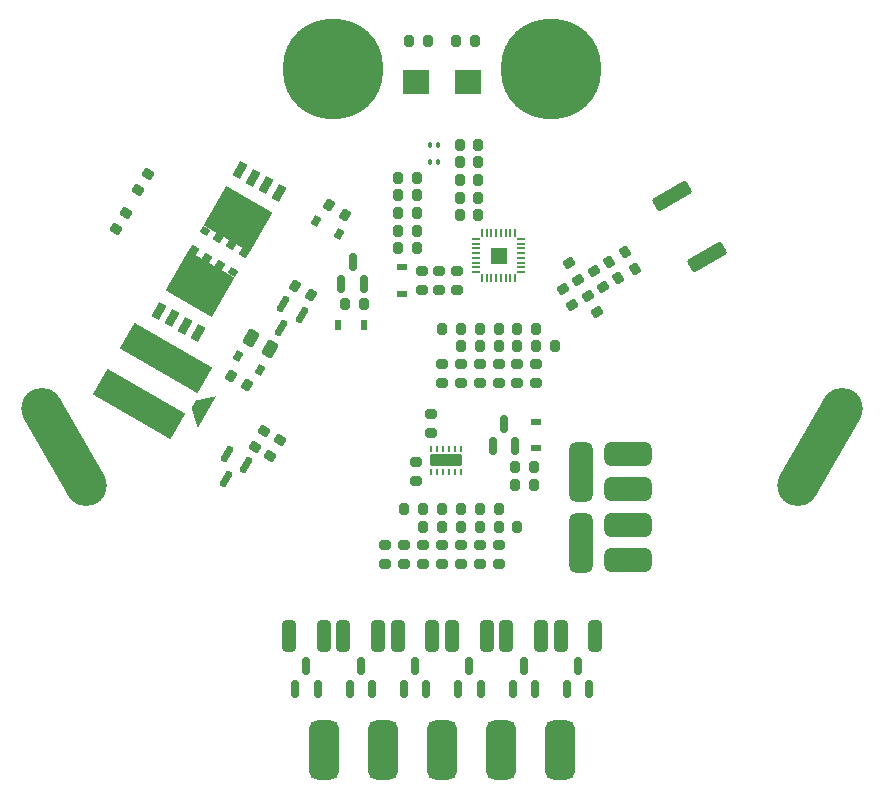
<source format=gts>
G04 #@! TF.GenerationSoftware,KiCad,Pcbnew,8.0.4*
G04 #@! TF.CreationDate,2025-04-17T01:03:58+02:00*
G04 #@! TF.ProjectId,bms_stage_bq40z80,626d735f-7374-4616-9765-5f627134307a,rev?*
G04 #@! TF.SameCoordinates,Original*
G04 #@! TF.FileFunction,Soldermask,Top*
G04 #@! TF.FilePolarity,Negative*
%FSLAX46Y46*%
G04 Gerber Fmt 4.6, Leading zero omitted, Abs format (unit mm)*
G04 Created by KiCad (PCBNEW 8.0.4) date 2025-04-17 01:03:58*
%MOMM*%
%LPD*%
G01*
G04 APERTURE LIST*
G04 Aperture macros list*
%AMRoundRect*
0 Rectangle with rounded corners*
0 $1 Rounding radius*
0 $2 $3 $4 $5 $6 $7 $8 $9 X,Y pos of 4 corners*
0 Add a 4 corners polygon primitive as box body*
4,1,4,$2,$3,$4,$5,$6,$7,$8,$9,$2,$3,0*
0 Add four circle primitives for the rounded corners*
1,1,$1+$1,$2,$3*
1,1,$1+$1,$4,$5*
1,1,$1+$1,$6,$7*
1,1,$1+$1,$8,$9*
0 Add four rect primitives between the rounded corners*
20,1,$1+$1,$2,$3,$4,$5,0*
20,1,$1+$1,$4,$5,$6,$7,0*
20,1,$1+$1,$6,$7,$8,$9,0*
20,1,$1+$1,$8,$9,$2,$3,0*%
%AMHorizOval*
0 Thick line with rounded ends*
0 $1 width*
0 $2 $3 position (X,Y) of the first rounded end (center of the circle)*
0 $4 $5 position (X,Y) of the second rounded end (center of the circle)*
0 Add line between two ends*
20,1,$1,$2,$3,$4,$5,0*
0 Add two circle primitives to create the rounded ends*
1,1,$1,$2,$3*
1,1,$1,$4,$5*%
%AMRotRect*
0 Rectangle, with rotation*
0 The origin of the aperture is its center*
0 $1 length*
0 $2 width*
0 $3 Rotation angle, in degrees counterclockwise*
0 Add horizontal line*
21,1,$1,$2,0,0,$3*%
%AMFreePoly0*
4,1,9,1.300000,0.375000,1.300000,-0.375000,0.000000,-1.550000,0.000000,-0.000500,-0.000500,-0.000500,-0.000500,0.000500,0.000000,0.000500,0.000000,1.550000,1.300000,0.375000,1.300000,0.375000,$1*%
G04 Aperture macros list end*
%ADD10RoundRect,0.200000X0.200000X0.275000X-0.200000X0.275000X-0.200000X-0.275000X0.200000X-0.275000X0*%
%ADD11RoundRect,0.200000X-0.200000X-0.275000X0.200000X-0.275000X0.200000X0.275000X-0.200000X0.275000X0*%
%ADD12RoundRect,0.200000X-0.275000X0.200000X-0.275000X-0.200000X0.275000X-0.200000X0.275000X0.200000X0*%
%ADD13RoundRect,0.050000X0.100000X0.200000X-0.100000X0.200000X-0.100000X-0.200000X0.100000X-0.200000X0*%
%ADD14RoundRect,0.200000X-0.338157X0.035705X-0.138157X-0.310705X0.338157X-0.035705X0.138157X0.310705X0*%
%ADD15RoundRect,0.150000X0.150000X-0.587500X0.150000X0.587500X-0.150000X0.587500X-0.150000X-0.587500X0*%
%ADD16RoundRect,0.200000X0.138157X-0.310705X0.338157X0.035705X-0.138157X0.310705X-0.338157X-0.035705X0*%
%ADD17HorizOval,3.500000X-1.875000X3.247595X1.875000X-3.247595X0*%
%ADD18RoundRect,0.500000X-1.500000X-0.500000X1.500000X-0.500000X1.500000X0.500000X-1.500000X0.500000X0*%
%ADD19RoundRect,0.500000X0.500000X-2.000000X0.500000X2.000000X-0.500000X2.000000X-0.500000X-2.000000X0*%
%ADD20RoundRect,0.200000X-0.310705X-0.138157X0.035705X-0.338157X0.310705X0.138157X-0.035705X0.338157X0*%
%ADD21RotRect,0.710000X1.372000X330.000000*%
%ADD22RotRect,0.595000X0.710000X240.000000*%
%ADD23RotRect,0.656000X0.710000X240.000000*%
%ADD24RotRect,3.850000X4.520000X240.000000*%
%ADD25RoundRect,0.250000X-0.452332X-0.258461X0.002332X-0.520961X0.452332X0.258461X-0.002332X0.520961X0*%
%ADD26RoundRect,0.200000X0.275000X-0.200000X0.275000X0.200000X-0.275000X0.200000X-0.275000X-0.200000X0*%
%ADD27RotRect,0.630000X0.830000X150.000000*%
%ADD28RotRect,0.710000X1.372000X150.000000*%
%ADD29RotRect,0.595000X0.710000X60.000000*%
%ADD30RotRect,0.656000X0.710000X60.000000*%
%ADD31RotRect,3.850000X4.520000X60.000000*%
%ADD32RoundRect,0.200000X0.035705X0.338157X-0.310705X0.138157X-0.035705X-0.338157X0.310705X-0.138157X0*%
%ADD33RoundRect,0.150000X0.163846X0.583790X-0.423654X-0.433790X-0.163846X-0.583790X0.423654X0.433790X0*%
%ADD34RoundRect,0.200000X0.338157X-0.035705X0.138157X0.310705X-0.338157X0.035705X-0.138157X-0.310705X0*%
%ADD35RoundRect,0.625000X-0.625000X1.875000X-0.625000X-1.875000X0.625000X-1.875000X0.625000X1.875000X0*%
%ADD36RoundRect,0.050000X-0.050000X-0.250000X0.050000X-0.250000X0.050000X0.250000X-0.050000X0.250000X0*%
%ADD37RoundRect,0.050000X0.250000X-0.050000X0.250000X0.050000X-0.250000X0.050000X-0.250000X-0.050000X0*%
%ADD38RoundRect,0.050000X0.050000X0.250000X-0.050000X0.250000X-0.050000X-0.250000X0.050000X-0.250000X0*%
%ADD39RoundRect,0.050000X-0.250000X0.050000X-0.250000X-0.050000X0.250000X-0.050000X0.250000X0.050000X0*%
%ADD40RoundRect,0.100000X0.600000X-0.600000X0.600000X0.600000X-0.600000X0.600000X-0.600000X-0.600000X0*%
%ADD41RoundRect,0.062500X0.062500X-0.187500X0.062500X0.187500X-0.062500X0.187500X-0.062500X-0.187500X0*%
%ADD42RoundRect,0.100000X1.225000X-0.400000X1.225000X0.400000X-1.225000X0.400000X-1.225000X-0.400000X0*%
%ADD43RoundRect,0.250000X0.312500X1.075000X-0.312500X1.075000X-0.312500X-1.075000X0.312500X-1.075000X0*%
%ADD44C,8.500000*%
%ADD45RoundRect,0.200000X-0.138157X0.310705X-0.338157X-0.035705X0.138157X-0.310705X0.338157X0.035705X0*%
%ADD46RoundRect,0.250000X1.415336X0.398566X1.052836X1.026434X-1.415336X-0.398566X-1.052836X-1.026434X0*%
%ADD47R,0.830000X0.630000*%
%ADD48RoundRect,0.200000X0.310705X0.138157X-0.035705X0.338157X-0.310705X-0.138157X0.035705X-0.338157X0*%
%ADD49HorizOval,3.500000X-1.875000X-3.247595X1.875000X3.247595X0*%
%ADD50R,0.630000X0.830000*%
%ADD51R,2.200000X2.150000*%
%ADD52RotRect,7.600000X2.500000X150.000000*%
%ADD53FreePoly0,150.000000*%
G04 APERTURE END LIST*
D10*
X154799999Y-106800002D03*
X153199999Y-106800002D03*
D11*
X150000000Y-91499999D03*
X151600000Y-91499999D03*
D12*
X158000000Y-94499999D03*
X158000000Y-96099999D03*
D13*
X149699999Y-77400000D03*
X148999999Y-77400000D03*
D11*
X156400000Y-91499999D03*
X158000000Y-91499999D03*
D13*
X149700000Y-75900000D03*
X149000000Y-75900000D03*
D12*
X150000000Y-109800001D03*
X150000000Y-111400001D03*
D14*
X162357180Y-88717623D03*
X163157180Y-90103263D03*
D15*
X142187501Y-121956250D03*
X144087501Y-121956250D03*
X143137501Y-120081250D03*
D10*
X147899999Y-78699998D03*
X146299999Y-78699998D03*
D15*
X160587502Y-121956248D03*
X162487502Y-121956248D03*
X161537502Y-120081248D03*
X154324996Y-101450002D03*
X156224996Y-101450002D03*
X155274996Y-99575002D03*
D16*
X124319331Y-79764125D03*
X125119331Y-78378485D03*
D17*
X118000000Y-101500000D03*
D15*
X155987500Y-121956251D03*
X157887500Y-121956251D03*
X156937500Y-120081251D03*
D18*
X165800000Y-102100000D03*
X165800000Y-105100000D03*
X165800000Y-108100000D03*
X165800000Y-111100000D03*
D19*
X161800000Y-103600000D03*
X161800000Y-109600000D03*
D15*
X141500000Y-87700000D03*
X143400000Y-87700000D03*
X142450000Y-85825000D03*
D20*
X140457180Y-81027756D03*
X141842820Y-81827756D03*
D21*
X126045769Y-89963848D03*
X128245473Y-91233848D03*
X127145621Y-90598848D03*
X129345325Y-91868848D03*
D22*
X132309575Y-86734617D03*
D23*
X131194473Y-86126031D03*
X130094621Y-85491031D03*
X128994769Y-84856031D03*
D24*
X129548547Y-87706858D03*
D25*
X133832957Y-92291500D03*
X135413453Y-93204000D03*
D26*
X149099997Y-100300002D03*
X149099997Y-98700002D03*
D11*
X151599998Y-93000002D03*
X153199998Y-93000002D03*
D14*
X160228592Y-88101798D03*
X161028592Y-89487438D03*
D10*
X152800000Y-67100000D03*
X151200000Y-67100000D03*
D11*
X141800000Y-89440000D03*
X143400000Y-89440000D03*
D12*
X156399999Y-94499998D03*
X156399999Y-96099998D03*
D11*
X146300000Y-80199999D03*
X147900000Y-80199999D03*
D27*
X134638823Y-94950698D03*
X132707587Y-93835698D03*
D10*
X149999999Y-108300002D03*
X148399999Y-108300002D03*
D16*
X122423225Y-83048276D03*
X123223225Y-81662636D03*
D28*
X136215325Y-79969659D03*
X134015621Y-78699659D03*
X135115473Y-79334659D03*
X132915769Y-78064659D03*
D29*
X129951519Y-83198890D03*
D30*
X131066621Y-83807476D03*
X132166473Y-84442476D03*
X133266325Y-85077476D03*
D31*
X132712547Y-82226649D03*
D32*
X166340898Y-86417623D03*
X164955258Y-87217623D03*
D12*
X154800000Y-94499998D03*
X154800000Y-96099998D03*
D26*
X154799999Y-111400001D03*
X154799999Y-109800001D03*
D33*
X133458365Y-103075000D03*
X131812917Y-102125000D03*
X131698141Y-104223798D03*
D11*
X151499999Y-77400000D03*
X153099999Y-77400000D03*
D32*
X165540897Y-85031983D03*
X164155257Y-85831983D03*
D11*
X146300000Y-84699999D03*
X147900000Y-84699999D03*
D20*
X132130384Y-95465442D03*
X133516024Y-96265442D03*
D33*
X138162852Y-90316901D03*
X136517404Y-89366901D03*
X136402628Y-91465699D03*
D12*
X151600000Y-109800003D03*
X151600000Y-111400003D03*
X145200000Y-109800001D03*
X145200000Y-111400001D03*
D34*
X161557181Y-87331981D03*
X160757181Y-85946341D03*
D35*
X160000000Y-127200000D03*
X155000000Y-127200000D03*
X150000000Y-127200000D03*
X145000000Y-127200000D03*
X140000000Y-127200000D03*
D36*
X153399999Y-87200000D03*
X153799999Y-87200000D03*
X154199999Y-87200000D03*
X154599999Y-87200000D03*
X154999999Y-87200000D03*
X155399999Y-87200000D03*
X155799999Y-87200000D03*
X156199999Y-87200000D03*
D37*
X156699999Y-86700000D03*
X156699999Y-86300000D03*
X156699999Y-85900000D03*
X156699999Y-85500000D03*
X156699999Y-85100000D03*
X156699999Y-84700000D03*
X156699999Y-84300000D03*
X156699999Y-83900000D03*
D38*
X156199999Y-83400000D03*
X155799999Y-83400000D03*
X155399999Y-83400000D03*
X154999999Y-83400000D03*
X154599999Y-83400000D03*
X154199999Y-83400000D03*
X153799999Y-83400000D03*
X153399999Y-83400000D03*
D39*
X152899999Y-83900000D03*
X152899999Y-84300000D03*
X152899999Y-84700000D03*
X152899999Y-85100000D03*
X152899999Y-85500000D03*
X152899999Y-85900000D03*
X152899999Y-86300000D03*
X152899999Y-86700000D03*
D40*
X154799999Y-85300000D03*
D10*
X147899999Y-83199998D03*
X146299999Y-83199998D03*
D27*
X141265618Y-83457500D03*
X139334382Y-82342500D03*
D11*
X151499999Y-75900000D03*
X153099999Y-75900000D03*
D41*
X149100000Y-103600002D03*
X149600000Y-103600002D03*
X150100000Y-103600002D03*
X150600000Y-103600002D03*
X151100000Y-103600002D03*
X151600000Y-103600002D03*
X151600000Y-101700002D03*
X151100000Y-101700002D03*
X150600000Y-101700002D03*
X150100000Y-101700002D03*
X149600000Y-101700002D03*
X149100000Y-101700002D03*
D42*
X150350000Y-102650002D03*
D15*
X137587501Y-121956248D03*
X139487501Y-121956248D03*
X138537501Y-120081248D03*
D10*
X156399998Y-108300001D03*
X154799998Y-108300001D03*
D43*
X149200002Y-117518749D03*
X146275002Y-117518749D03*
D44*
X159250000Y-69504000D03*
D12*
X153199998Y-94499998D03*
X153199998Y-96099998D03*
D26*
X151300000Y-88199998D03*
X151300000Y-86599998D03*
D43*
X140000001Y-117518752D03*
X137075001Y-117518752D03*
D45*
X136262437Y-100899999D03*
X135462437Y-102285639D03*
D44*
X140750000Y-69504000D03*
D46*
X172445095Y-85390403D03*
X169482595Y-80259203D03*
D26*
X149800000Y-88200000D03*
X149800000Y-86600000D03*
D43*
X158400001Y-117518750D03*
X155475001Y-117518750D03*
D11*
X151500000Y-78900000D03*
X153100000Y-78900000D03*
D15*
X146787501Y-121956250D03*
X148687501Y-121956250D03*
X147737501Y-120081250D03*
D11*
X151499999Y-81900000D03*
X153099999Y-81900000D03*
X157999998Y-93000001D03*
X159599998Y-93000001D03*
D47*
X146600000Y-86284998D03*
X146600000Y-88514998D03*
D10*
X153199999Y-108300001D03*
X151599999Y-108300001D03*
D26*
X147800000Y-104400001D03*
X147800000Y-102800001D03*
D16*
X134163399Y-101535639D03*
X134963399Y-100149999D03*
D10*
X157824995Y-103212501D03*
X156224995Y-103212501D03*
X151599999Y-106800002D03*
X149999999Y-106800002D03*
D48*
X138945448Y-88661405D03*
X137559808Y-87861405D03*
D49*
X182000000Y-101500000D03*
D11*
X153200000Y-91500000D03*
X154800000Y-91500000D03*
D47*
X157974993Y-101627499D03*
X157974993Y-99397499D03*
D10*
X147900000Y-81699998D03*
X146300000Y-81699998D03*
D50*
X143400000Y-91139999D03*
X141170000Y-91139999D03*
D26*
X148300000Y-88199998D03*
X148300000Y-86599998D03*
D12*
X148400000Y-109800000D03*
X148400000Y-111400000D03*
D10*
X148399999Y-106800001D03*
X146799999Y-106800001D03*
D12*
X146800000Y-109800002D03*
X146800000Y-111400002D03*
D10*
X148800000Y-67100000D03*
X147200000Y-67100000D03*
D11*
X154799999Y-92999998D03*
X156399999Y-92999998D03*
D51*
X147800000Y-70600000D03*
X152200000Y-70600000D03*
D12*
X151600000Y-94499999D03*
X151600000Y-96099999D03*
D52*
X124375162Y-97867423D03*
D53*
X130107417Y-98578866D03*
D52*
X126625162Y-93970309D03*
D15*
X151387500Y-121956250D03*
X153287500Y-121956250D03*
X152337500Y-120081250D03*
D10*
X153099997Y-80399999D03*
X151499997Y-80399999D03*
D12*
X150000000Y-94499998D03*
X150000000Y-96099998D03*
D10*
X157824993Y-104712499D03*
X156224993Y-104712499D03*
D43*
X144600000Y-117518749D03*
X141675000Y-117518749D03*
X153799998Y-117518749D03*
X150874998Y-117518749D03*
D12*
X153200000Y-109800000D03*
X153200000Y-111400000D03*
D43*
X163000002Y-117518748D03*
X160075002Y-117518748D03*
D14*
X162856221Y-86581984D03*
X163656221Y-87967624D03*
M02*

</source>
